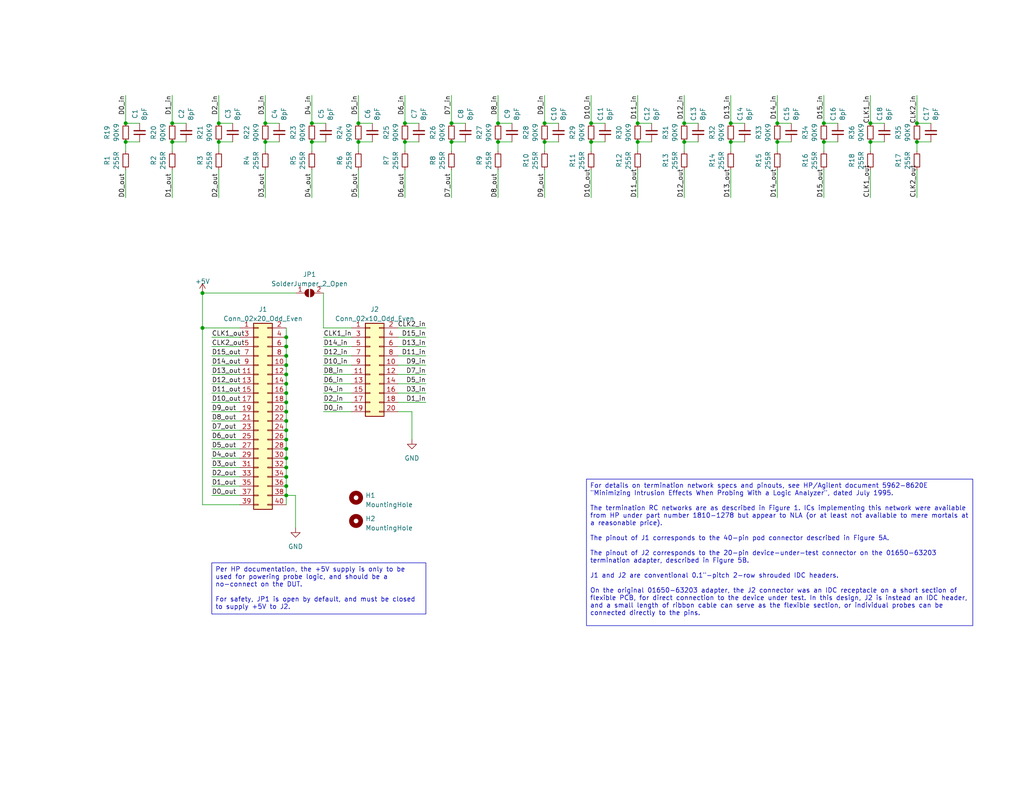
<source format=kicad_sch>
(kicad_sch (version 20230121) (generator eeschema)
  (paper "USLetter")
  (title_block (title "Termination Adapter for HP Logic Analyzers") (date "2024-04-30") (rev "1"))
  (lib_symbols
    (symbol "Connector_Generic:Conn_02x10_Odd_Even" (pin_names (offset 1.016) hide)
      (property "Reference" "J" (at 1.27 12.7 0))
      (property "Value" "Conn_02x10_Odd_Even" (at 1.27 -15.24 0))
      (symbol "Conn_02x10_Odd_Even_1_1"
        (rectangle (start -1.27 -12.573) (end 0 -12.827) (stroke (width 0.1524)))
        (rectangle (start -1.27 -10.033) (end 0 -10.287) (stroke (width 0.1524)))
        (rectangle (start -1.27 -7.493) (end 0 -7.747) (stroke (width 0.1524)))
        (rectangle (start -1.27 -4.953) (end 0 -5.207) (stroke (width 0.1524)))
        (rectangle (start -1.27 -2.413) (end 0 -2.667) (stroke (width 0.1524)))
        (rectangle (start -1.27 0.127) (end 0 -0.127) (stroke (width 0.1524)))
        (rectangle (start -1.27 2.667) (end 0 2.413) (stroke (width 0.1524)))
        (rectangle (start -1.27 5.207) (end 0 4.953) (stroke (width 0.1524)))
        (rectangle (start -1.27 7.747) (end 0 7.493) (stroke (width 0.1524)))
        (rectangle (start -1.27 10.287) (end 0 10.033) (stroke (width 0.1524)))
        (rectangle (start -1.27 11.43) (end 3.81 -13.97) (stroke (width 0.254)) (fill (type background)))
        (rectangle (start 3.81 -12.573) (end 2.54 -12.827) (stroke (width 0.1524)))
        (rectangle (start 3.81 -10.033) (end 2.54 -10.287) (stroke (width 0.1524)))
        (rectangle (start 3.81 -7.493) (end 2.54 -7.747) (stroke (width 0.1524)))
        (rectangle (start 3.81 -4.953) (end 2.54 -5.207) (stroke (width 0.1524)))
        (rectangle (start 3.81 -2.413) (end 2.54 -2.667) (stroke (width 0.1524)))
        (rectangle (start 3.81 0.127) (end 2.54 -0.127) (stroke (width 0.1524)))
        (rectangle (start 3.81 2.667) (end 2.54 2.413) (stroke (width 0.1524)))
        (rectangle (start 3.81 5.207) (end 2.54 4.953) (stroke (width 0.1524)))
        (rectangle (start 3.81 7.747) (end 2.54 7.493) (stroke (width 0.1524)))
        (rectangle (start 3.81 10.287) (end 2.54 10.033) (stroke (width 0.1524)))
        (pin passive line (at -5.08 10.16 0) (length 3.81) (name "Pin_1") (number "1"))
        (pin passive line (at 7.62 0 180) (length 3.81) (name "Pin_10") (number "10"))
        (pin passive line (at -5.08 -2.54 0) (length 3.81) (name "Pin_11") (number "11"))
        (pin passive line (at 7.62 -2.54 180) (length 3.81) (name "Pin_12") (number "12"))
        (pin passive line (at -5.08 -5.08 0) (length 3.81) (name "Pin_13") (number "13"))
        (pin passive line (at 7.62 -5.08 180) (length 3.81) (name "Pin_14") (number "14"))
        (pin passive line (at -5.08 -7.62 0) (length 3.81) (name "Pin_15") (number "15"))
        (pin passive line (at 7.62 -7.62 180) (length 3.81) (name "Pin_16") (number "16"))
        (pin passive line (at -5.08 -10.16 0) (length 3.81) (name "Pin_17") (number "17"))
        (pin passive line (at 7.62 -10.16 180) (length 3.81) (name "Pin_18") (number "18"))
        (pin passive line (at -5.08 -12.7 0) (length 3.81) (name "Pin_19") (number "19"))
        (pin passive line (at 7.62 10.16 180) (length 3.81) (name "Pin_2") (number "2"))
        (pin passive line (at 7.62 -12.7 180) (length 3.81) (name "Pin_20") (number "20"))
        (pin passive line (at -5.08 7.62 0) (length 3.81) (name "Pin_3") (number "3"))
        (pin passive line (at 7.62 7.62 180) (length 3.81) (name "Pin_4") (number "4"))
        (pin passive line (at -5.08 5.08 0) (length 3.81) (name "Pin_5") (number "5"))
        (pin passive line (at 7.62 5.08 180) (length 3.81) (name "Pin_6") (number "6"))
        (pin passive line (at -5.08 2.54 0) (length 3.81) (name "Pin_7") (number "7"))
        (pin passive line (at 7.62 2.54 180) (length 3.81) (name "Pin_8") (number "8"))
        (pin passive line (at -5.08 0 0) (length 3.81) (name "Pin_9") (number "9"))
      )
    )
    (symbol "Connector_Generic:Conn_02x20_Odd_Even" (pin_names (offset 1.016) hide)
      (property "Reference" "J" (at 1.27 25.4 0))
      (property "Value" "Conn_02x20_Odd_Even" (at 1.27 -27.94 0))
      (symbol "Conn_02x20_Odd_Even_1_1"
        (rectangle (start -1.27 -25.273) (end 0 -25.527) (stroke (width 0.1524)))
        (rectangle (start -1.27 -22.733) (end 0 -22.987) (stroke (width 0.1524)))
        (rectangle (start -1.27 -20.193) (end 0 -20.447) (stroke (width 0.1524)))
        (rectangle (start -1.27 -17.653) (end 0 -17.907) (stroke (width 0.1524)))
        (rectangle (start -1.27 -15.113) (end 0 -15.367) (stroke (width 0.1524)))
        (rectangle (start -1.27 -12.573) (end 0 -12.827) (stroke (width 0.1524)))
        (rectangle (start -1.27 -10.033) (end 0 -10.287) (stroke (width 0.1524)))
        (rectangle (start -1.27 -7.493) (end 0 -7.747) (stroke (width 0.1524)))
        (rectangle (start -1.27 -4.953) (end 0 -5.207) (stroke (width 0.1524)))
        (rectangle (start -1.27 -2.413) (end 0 -2.667) (stroke (width 0.1524)))
        (rectangle (start -1.27 0.127) (end 0 -0.127) (stroke (width 0.1524)))
        (rectangle (start -1.27 2.667) (end 0 2.413) (stroke (width 0.1524)))
        (rectangle (start -1.27 5.207) (end 0 4.953) (stroke (width 0.1524)))
        (rectangle (start -1.27 7.747) (end 0 7.493) (stroke (width 0.1524)))
        (rectangle (start -1.27 10.287) (end 0 10.033) (stroke (width 0.1524)))
        (rectangle (start -1.27 12.827) (end 0 12.573) (stroke (width 0.1524)))
        (rectangle (start -1.27 15.367) (end 0 15.113) (stroke (width 0.1524)))
        (rectangle (start -1.27 17.907) (end 0 17.653) (stroke (width 0.1524)))
        (rectangle (start -1.27 20.447) (end 0 20.193) (stroke (width 0.1524)))
        (rectangle (start -1.27 22.987) (end 0 22.733) (stroke (width 0.1524)))
        (rectangle (start -1.27 24.13) (end 3.81 -26.67) (stroke (width 0.254)) (fill (type background)))
        (rectangle (start 3.81 -25.273) (end 2.54 -25.527) (stroke (width 0.1524)))
        (rectangle (start 3.81 -22.733) (end 2.54 -22.987) (stroke (width 0.1524)))
        (rectangle (start 3.81 -20.193) (end 2.54 -20.447) (stroke (width 0.1524)))
        (rectangle (start 3.81 -17.653) (end 2.54 -17.907) (stroke (width 0.1524)))
        (rectangle (start 3.81 -15.113) (end 2.54 -15.367) (stroke (width 0.1524)))
        (rectangle (start 3.81 -12.573) (end 2.54 -12.827) (stroke (width 0.1524)))
        (rectangle (start 3.81 -10.033) (end 2.54 -10.287) (stroke (width 0.1524)))
        (rectangle (start 3.81 -7.493) (end 2.54 -7.747) (stroke (width 0.1524)))
        (rectangle (start 3.81 -4.953) (end 2.54 -5.207) (stroke (width 0.1524)))
        (rectangle (start 3.81 -2.413) (end 2.54 -2.667) (stroke (width 0.1524)))
        (rectangle (start 3.81 0.127) (end 2.54 -0.127) (stroke (width 0.1524)))
        (rectangle (start 3.81 2.667) (end 2.54 2.413) (stroke (width 0.1524)))
        (rectangle (start 3.81 5.207) (end 2.54 4.953) (stroke (width 0.1524)))
        (rectangle (start 3.81 7.747) (end 2.54 7.493) (stroke (width 0.1524)))
        (rectangle (start 3.81 10.287) (end 2.54 10.033) (stroke (width 0.1524)))
        (rectangle (start 3.81 12.827) (end 2.54 12.573) (stroke (width 0.1524)))
        (rectangle (start 3.81 15.367) (end 2.54 15.113) (stroke (width 0.1524)))
        (rectangle (start 3.81 17.907) (end 2.54 17.653) (stroke (width 0.1524)))
        (rectangle (start 3.81 20.447) (end 2.54 20.193) (stroke (width 0.1524)))
        (rectangle (start 3.81 22.987) (end 2.54 22.733) (stroke (width 0.1524)))
        (pin passive line (at -5.08 22.86 0) (length 3.81) (name "Pin_1") (number "1"))
        (pin passive line (at 7.62 12.7 180) (length 3.81) (name "Pin_10") (number "10"))
        (pin passive line (at -5.08 10.16 0) (length 3.81) (name "Pin_11") (number "11"))
        (pin passive line (at 7.62 10.16 180) (length 3.81) (name "Pin_12") (number "12"))
        (pin passive line (at -5.08 7.62 0) (length 3.81) (name "Pin_13") (number "13"))
        (pin passive line (at 7.62 7.62 180) (length 3.81) (name "Pin_14") (number "14"))
        (pin passive line (at -5.08 5.08 0) (length 3.81) (name "Pin_15") (number "15"))
        (pin passive line (at 7.62 5.08 180) (length 3.81) (name "Pin_16") (number "16"))
        (pin passive line (at -5.08 2.54 0) (length 3.81) (name "Pin_17") (number "17"))
        (pin passive line (at 7.62 2.54 180) (length 3.81) (name "Pin_18") (number "18"))
        (pin passive line (at -5.08 0 0) (length 3.81) (name "Pin_19") (number "19"))
        (pin passive line (at 7.62 22.86 180) (length 3.81) (name "Pin_2") (number "2"))
        (pin passive line (at 7.62 0 180) (length 3.81) (name "Pin_20") (number "20"))
        (pin passive line (at -5.08 -2.54 0) (length 3.81) (name "Pin_21") (number "21"))
        (pin passive line (at 7.62 -2.54 180) (length 3.81) (name "Pin_22") (number "22"))
        (pin passive line (at -5.08 -5.08 0) (length 3.81) (name "Pin_23") (number "23"))
        (pin passive line (at 7.62 -5.08 180) (length 3.81) (name "Pin_24") (number "24"))
        (pin passive line (at -5.08 -7.62 0) (length 3.81) (name "Pin_25") (number "25"))
        (pin passive line (at 7.62 -7.62 180) (length 3.81) (name "Pin_26") (number "26"))
        (pin passive line (at -5.08 -10.16 0) (length 3.81) (name "Pin_27") (number "27"))
        (pin passive line (at 7.62 -10.16 180) (length 3.81) (name "Pin_28") (number "28"))
        (pin passive line (at -5.08 -12.7 0) (length 3.81) (name "Pin_29") (number "29"))
        (pin passive line (at -5.08 20.32 0) (length 3.81) (name "Pin_3") (number "3"))
        (pin passive line (at 7.62 -12.7 180) (length 3.81) (name "Pin_30") (number "30"))
        (pin passive line (at -5.08 -15.24 0) (length 3.81) (name "Pin_31") (number "31"))
        (pin passive line (at 7.62 -15.24 180) (length 3.81) (name "Pin_32") (number "32"))
        (pin passive line (at -5.08 -17.78 0) (length 3.81) (name "Pin_33") (number "33"))
        (pin passive line (at 7.62 -17.78 180) (length 3.81) (name "Pin_34") (number "34"))
        (pin passive line (at -5.08 -20.32 0) (length 3.81) (name "Pin_35") (number "35"))
        (pin passive line (at 7.62 -20.32 180) (length 3.81) (name "Pin_36") (number "36"))
        (pin passive line (at -5.08 -22.86 0) (length 3.81) (name "Pin_37") (number "37"))
        (pin passive line (at 7.62 -22.86 180) (length 3.81) (name "Pin_38") (number "38"))
        (pin passive line (at -5.08 -25.4 0) (length 3.81) (name "Pin_39") (number "39"))
        (pin passive line (at 7.62 20.32 180) (length 3.81) (name "Pin_4") (number "4"))
        (pin passive line (at 7.62 -25.4 180) (length 3.81) (name "Pin_40") (number "40"))
        (pin passive line (at -5.08 17.78 0) (length 3.81) (name "Pin_5") (number "5"))
        (pin passive line (at 7.62 17.78 180) (length 3.81) (name "Pin_6") (number "6"))
        (pin passive line (at -5.08 15.24 0) (length 3.81) (name "Pin_7") (number "7"))
        (pin passive line (at 7.62 15.24 180) (length 3.81) (name "Pin_8") (number "8"))
        (pin passive line (at -5.08 12.7 0) (length 3.81) (name "Pin_9") (number "9"))
      )
    )
    (symbol "Device:C_Small" (pin_numbers hide) (pin_names (offset 0.254) hide)
      (property "Reference" "C" (at 0.254 1.778 0))
      (property "Value" "C_Small" (at 0.254 -2.032 0))
      (symbol "C_Small_0_1"
        (polyline (pts (xy -1.524 -0.508) (xy 1.524 -0.508)) (stroke (width 0.3302)))
        (polyline (pts (xy -1.524 0.508) (xy 1.524 0.508)) (stroke (width 0.3048)))
      )
      (symbol "C_Small_1_1"
        (pin passive line (at 0 2.54 270) (length 2.032) (name "~") (number "1"))
        (pin passive line (at 0 -2.54 90) (length 2.032) (name "~") (number "2"))
      )
    )
    (symbol "Device:R_Small" (pin_numbers hide) (pin_names (offset 0.254) hide)
      (property "Reference" "R" (at 0.762 0.508 0))
      (property "Value" "R_Small" (at 0.762 -1.016 0))
      (symbol "R_Small_0_1"
        (rectangle (start -0.762 1.778) (end 0.762 -1.778) (stroke (width 0.2032)))
      )
      (symbol "R_Small_1_1"
        (pin passive line (at 0 2.54 270) (length 0.762) (name "~") (number "1"))
        (pin passive line (at 0 -2.54 90) (length 0.762) (name "~") (number "2"))
      )
    )
    (symbol "Jumper:SolderJumper_2_Open" (pin_names (offset 0) hide)
      (property "Reference" "JP" (at 0 2.032 0))
      (property "Value" "SolderJumper_2_Open" (at 0 -2.54 0))
      (symbol "SolderJumper_2_Open_0_1"
        (arc (start -0.254 1.016) (mid -1.2656 0) (end -0.254 -1.016))
        (arc (start -0.254 1.016) (mid -1.2656 0) (end -0.254 -1.016) (fill (type outline)))
        (polyline (pts (xy -0.254 1.016) (xy -0.254 -1.016)))
        (polyline (pts (xy 0.254 1.016) (xy 0.254 -1.016)))
        (arc (start 0.254 -1.016) (mid 1.2656 0) (end 0.254 1.016))
        (arc (start 0.254 -1.016) (mid 1.2656 0) (end 0.254 1.016) (fill (type outline)))
      )
      (symbol "SolderJumper_2_Open_1_1"
        (pin passive line (at -3.81 0 0) (length 2.54) (name "A") (number "1"))
        (pin passive line (at 3.81 0 180) (length 2.54) (name "B") (number "2"))
      )
    )
    (symbol "Mechanical:MountingHole" (pin_names (offset 1.016))
      (property "Reference" "H" (at 0 5.08 0))
      (property "Value" "MountingHole" (at 0 3.175 0))
      (symbol "MountingHole_0_1"
        (circle (center 0 0) (radius 1.27) (stroke (width 1.27)))
      )
    )
    (symbol "power:+5V" (power) (pin_names (offset 0))
      (property "Value" "+5V" (at 0 3.556 0))
      (symbol "+5V_0_1"
        (polyline (pts (xy -0.762 1.27) (xy 0 2.54)))
        (polyline (pts (xy 0 0) (xy 0 2.54)))
        (polyline (pts (xy 0 2.54) (xy 0.762 1.27)))
      )
      (symbol "+5V_1_1"
        (pin power_in line (at 0 0 90) (length 0) hide (name "+5V") (number "1"))
      )
    )
    (symbol "power:GND" (power) (pin_names (offset 0))
      (property "Value" "GND" (at 0 -3.81 0))
      (symbol "GND_0_1"
        (polyline (pts (xy 0 0) (xy 0 -1.27) (xy 1.27 -1.27) (xy 0 -2.54) (xy -1.27 -1.27) (xy 0 -1.27)))
      )
      (symbol "GND_1_1"
        (pin power_in line (at 0 0 270) (length 0) hide (name "GND") (number "1"))
      )
    )
  )
  (junction (at 173.99 33.655))
  (junction (at 237.49 38.735))
  (junction (at 78.105 132.715))
  (junction (at 59.69 33.655))
  (junction (at 161.29 33.655))
  (junction (at 78.105 92.075))
  (junction (at 72.39 38.735))
  (junction (at 46.99 33.655))
  (junction (at 78.105 130.175))
  (junction (at 78.105 109.855))
  (junction (at 123.19 38.735))
  (junction (at 34.29 38.735))
  (junction (at 78.105 120.015))
  (junction (at 34.29 33.655))
  (junction (at 72.39 33.655))
  (junction (at 97.79 33.655))
  (junction (at 78.105 117.475))
  (junction (at 78.105 112.395))
  (junction (at 212.09 38.735))
  (junction (at 78.105 107.315))
  (junction (at 110.49 38.735))
  (junction (at 123.19 33.655))
  (junction (at 161.29 38.735))
  (junction (at 78.105 122.555))
  (junction (at 78.105 125.095))
  (junction (at 186.69 38.735))
  (junction (at 135.89 38.735))
  (junction (at 85.09 38.735))
  (junction (at 59.69 38.735))
  (junction (at 78.105 97.155))
  (junction (at 55.245 89.535))
  (junction (at 173.99 38.735))
  (junction (at 135.89 33.655))
  (junction (at 85.09 33.655))
  (junction (at 199.39 33.655))
  (junction (at 46.99 38.735))
  (junction (at 78.105 99.695))
  (junction (at 78.105 135.255))
  (junction (at 212.09 33.655))
  (junction (at 55.245 80.01))
  (junction (at 224.79 33.655))
  (junction (at 224.79 38.735))
  (junction (at 78.105 114.935))
  (junction (at 78.105 127.635))
  (junction (at 78.105 104.775))
  (junction (at 186.69 33.655))
  (junction (at 199.39 38.735))
  (junction (at 78.105 102.235))
  (junction (at 78.105 94.615))
  (junction (at 97.79 38.735))
  (junction (at 110.49 33.655))
  (junction (at 148.59 38.735))
  (junction (at 237.49 33.655))
  (junction (at 250.19 38.735))
  (junction (at 148.59 33.655))
  (junction (at 250.19 33.655))
  (wire (pts (xy 199.39 33.655) (xy 203.2 33.655)))
  (wire (pts (xy 78.105 89.535) (xy 78.105 92.075)))
  (wire (pts (xy 88.265 89.535) (xy 95.885 89.535)))
  (wire (pts (xy 57.785 127.635) (xy 65.405 127.635)))
  (wire (pts (xy 80.645 144.145) (xy 80.645 135.255)))
  (wire (pts (xy 72.39 41.275) (xy 72.39 38.735)))
  (wire (pts (xy 123.19 38.735) (xy 127 38.735)))
  (wire (pts (xy 212.09 33.655) (xy 212.09 26.035)))
  (wire (pts (xy 110.49 33.655) (xy 114.3 33.655)))
  (wire (pts (xy 78.105 122.555) (xy 78.105 125.095)))
  (wire (pts (xy 161.29 33.655) (xy 161.29 26.035)))
  (wire (pts (xy 46.99 53.975) (xy 46.99 46.355)))
  (wire (pts (xy 224.79 41.275) (xy 224.79 38.735)))
  (wire (pts (xy 173.99 53.975) (xy 173.99 46.355)))
  (wire (pts (xy 237.49 33.655) (xy 237.49 26.035)))
  (wire (pts (xy 59.69 38.735) (xy 63.5 38.735)))
  (wire (pts (xy 57.785 135.255) (xy 65.405 135.255)))
  (wire (pts (xy 78.105 127.635) (xy 78.105 130.175)))
  (wire (pts (xy 34.29 41.275) (xy 34.29 38.735)))
  (wire (pts (xy 108.585 102.235) (xy 116.205 102.235)))
  (wire (pts (xy 59.69 53.975) (xy 59.69 46.355)))
  (wire (pts (xy 57.785 107.315) (xy 65.405 107.315)))
  (wire (pts (xy 55.245 137.795) (xy 55.245 89.535)))
  (wire (pts (xy 135.89 33.655) (xy 139.7 33.655)))
  (wire (pts (xy 161.29 33.655) (xy 165.1 33.655)))
  (wire (pts (xy 95.885 94.615) (xy 88.265 94.615)))
  (wire (pts (xy 224.79 38.735) (xy 228.6 38.735)))
  (wire (pts (xy 237.49 33.655) (xy 241.3 33.655)))
  (wire (pts (xy 237.49 38.735) (xy 241.3 38.735)))
  (wire (pts (xy 224.79 33.655) (xy 228.6 33.655)))
  (wire (pts (xy 161.29 53.975) (xy 161.29 46.355)))
  (wire (pts (xy 108.585 97.155) (xy 116.205 97.155)))
  (wire (pts (xy 46.99 38.735) (xy 50.8 38.735)))
  (wire (pts (xy 78.105 104.775) (xy 78.105 107.315)))
  (wire (pts (xy 57.785 117.475) (xy 65.405 117.475)))
  (wire (pts (xy 78.105 114.935) (xy 78.105 117.475)))
  (wire (pts (xy 173.99 38.735) (xy 177.8 38.735)))
  (wire (pts (xy 250.19 33.655) (xy 254 33.655)))
  (wire (pts (xy 78.105 135.255) (xy 78.105 137.795)))
  (wire (pts (xy 108.585 107.315) (xy 116.205 107.315)))
  (wire (pts (xy 95.885 92.075) (xy 88.265 92.075)))
  (wire (pts (xy 55.245 89.535) (xy 65.405 89.535)))
  (wire (pts (xy 78.105 99.695) (xy 78.105 102.235)))
  (wire (pts (xy 250.19 38.735) (xy 254 38.735)))
  (wire (pts (xy 78.105 102.235) (xy 78.105 104.775)))
  (wire (pts (xy 161.29 41.275) (xy 161.29 38.735)))
  (wire (pts (xy 250.19 41.275) (xy 250.19 38.735)))
  (wire (pts (xy 46.99 33.655) (xy 46.99 26.035)))
  (wire (pts (xy 57.785 102.235) (xy 65.405 102.235)))
  (wire (pts (xy 78.105 94.615) (xy 78.105 97.155)))
  (wire (pts (xy 250.19 33.655) (xy 250.19 26.035)))
  (wire (pts (xy 224.79 53.975) (xy 224.79 46.355)))
  (wire (pts (xy 108.585 104.775) (xy 116.205 104.775)))
  (wire (pts (xy 97.79 33.655) (xy 97.79 26.035)))
  (wire (pts (xy 72.39 38.735) (xy 76.2 38.735)))
  (wire (pts (xy 57.785 92.075) (xy 65.405 92.075)))
  (wire (pts (xy 78.105 107.315) (xy 78.105 109.855)))
  (wire (pts (xy 78.105 112.395) (xy 78.105 114.935)))
  (wire (pts (xy 95.885 109.855) (xy 88.265 109.855)))
  (wire (pts (xy 148.59 53.975) (xy 148.59 46.355)))
  (wire (pts (xy 57.785 122.555) (xy 65.405 122.555)))
  (wire (pts (xy 78.105 120.015) (xy 78.105 122.555)))
  (wire (pts (xy 135.89 38.735) (xy 139.7 38.735)))
  (wire (pts (xy 57.785 125.095) (xy 65.405 125.095)))
  (wire (pts (xy 95.885 104.775) (xy 88.265 104.775)))
  (wire (pts (xy 78.105 125.095) (xy 78.105 127.635)))
  (wire (pts (xy 65.405 137.795) (xy 55.245 137.795)))
  (wire (pts (xy 57.785 109.855) (xy 65.405 109.855)))
  (wire (pts (xy 59.69 41.275) (xy 59.69 38.735)))
  (wire (pts (xy 57.785 130.175) (xy 65.405 130.175)))
  (wire (pts (xy 85.09 33.655) (xy 85.09 26.035)))
  (wire (pts (xy 199.39 38.735) (xy 203.2 38.735)))
  (wire (pts (xy 112.395 112.395) (xy 108.585 112.395)))
  (wire (pts (xy 95.885 102.235) (xy 88.265 102.235)))
  (wire (pts (xy 46.99 41.275) (xy 46.99 38.735)))
  (wire (pts (xy 55.245 80.01) (xy 55.245 89.535)))
  (wire (pts (xy 212.09 53.975) (xy 212.09 46.355)))
  (wire (pts (xy 57.785 114.935) (xy 65.405 114.935)))
  (wire (pts (xy 57.785 112.395) (xy 65.405 112.395)))
  (wire (pts (xy 186.69 33.655) (xy 190.5 33.655)))
  (wire (pts (xy 34.29 53.975) (xy 34.29 46.355)))
  (wire (pts (xy 112.395 120.015) (xy 112.395 112.395)))
  (wire (pts (xy 199.39 41.275) (xy 199.39 38.735)))
  (wire (pts (xy 34.29 33.655) (xy 38.1 33.655)))
  (wire (pts (xy 123.19 33.655) (xy 123.19 26.035)))
  (wire (pts (xy 59.69 33.655) (xy 63.5 33.655)))
  (wire (pts (xy 85.09 33.655) (xy 88.9 33.655)))
  (wire (pts (xy 59.69 33.655) (xy 59.69 26.035)))
  (wire (pts (xy 78.105 97.155) (xy 78.105 99.695)))
  (wire (pts (xy 108.585 92.075) (xy 116.205 92.075)))
  (wire (pts (xy 97.79 33.655) (xy 101.6 33.655)))
  (wire (pts (xy 78.105 130.175) (xy 78.105 132.715)))
  (wire (pts (xy 85.09 53.975) (xy 85.09 46.355)))
  (wire (pts (xy 250.19 53.975) (xy 250.19 46.355)))
  (wire (pts (xy 34.29 33.655) (xy 34.29 26.035)))
  (wire (pts (xy 95.885 97.155) (xy 88.265 97.155)))
  (wire (pts (xy 186.69 33.655) (xy 186.69 26.035)))
  (wire (pts (xy 123.19 33.655) (xy 127 33.655)))
  (wire (pts (xy 161.29 38.735) (xy 165.1 38.735)))
  (wire (pts (xy 135.89 53.975) (xy 135.89 46.355)))
  (wire (pts (xy 212.09 41.275) (xy 212.09 38.735)))
  (wire (pts (xy 57.785 97.155) (xy 65.405 97.155)))
  (wire (pts (xy 95.885 99.695) (xy 88.265 99.695)))
  (wire (pts (xy 85.09 41.275) (xy 85.09 38.735)))
  (wire (pts (xy 95.885 112.395) (xy 88.265 112.395)))
  (wire (pts (xy 57.785 99.695) (xy 65.405 99.695)))
  (wire (pts (xy 57.785 132.715) (xy 65.405 132.715)))
  (wire (pts (xy 186.69 53.975) (xy 186.69 46.355)))
  (wire (pts (xy 78.105 92.075) (xy 78.105 94.615)))
  (wire (pts (xy 199.39 53.975) (xy 199.39 46.355)))
  (wire (pts (xy 173.99 33.655) (xy 173.99 26.035)))
  (wire (pts (xy 110.49 33.655) (xy 110.49 26.035)))
  (wire (pts (xy 108.585 94.615) (xy 116.205 94.615)))
  (wire (pts (xy 237.49 53.975) (xy 237.49 46.355)))
  (wire (pts (xy 199.39 33.655) (xy 199.39 26.035)))
  (wire (pts (xy 212.09 38.735) (xy 215.9 38.735)))
  (wire (pts (xy 55.245 80.01) (xy 80.645 80.01)))
  (wire (pts (xy 88.265 80.01) (xy 88.265 89.535)))
  (wire (pts (xy 148.59 33.655) (xy 148.59 26.035)))
  (wire (pts (xy 148.59 41.275) (xy 148.59 38.735)))
  (wire (pts (xy 110.49 41.275) (xy 110.49 38.735)))
  (wire (pts (xy 108.585 99.695) (xy 116.205 99.695)))
  (wire (pts (xy 57.785 94.615) (xy 65.405 94.615)))
  (wire (pts (xy 80.645 135.255) (xy 78.105 135.255)))
  (wire (pts (xy 57.785 104.775) (xy 65.405 104.775)))
  (wire (pts (xy 173.99 33.655) (xy 177.8 33.655)))
  (wire (pts (xy 186.69 41.275) (xy 186.69 38.735)))
  (wire (pts (xy 34.29 38.735) (xy 38.1 38.735)))
  (wire (pts (xy 72.39 53.975) (xy 72.39 46.355)))
  (wire (pts (xy 97.79 53.975) (xy 97.79 46.355)))
  (wire (pts (xy 46.99 33.655) (xy 50.8 33.655)))
  (wire (pts (xy 85.09 38.735) (xy 88.9 38.735)))
  (wire (pts (xy 110.49 38.735) (xy 114.3 38.735)))
  (wire (pts (xy 135.89 33.655) (xy 135.89 26.035)))
  (wire (pts (xy 110.49 53.975) (xy 110.49 46.355)))
  (wire (pts (xy 212.09 33.655) (xy 215.9 33.655)))
  (wire (pts (xy 72.39 33.655) (xy 76.2 33.655)))
  (wire (pts (xy 95.885 107.315) (xy 88.265 107.315)))
  (wire (pts (xy 186.69 38.735) (xy 190.5 38.735)))
  (wire (pts (xy 108.585 109.855) (xy 116.205 109.855)))
  (wire (pts (xy 123.19 53.975) (xy 123.19 46.355)))
  (wire (pts (xy 78.105 109.855) (xy 78.105 112.395)))
  (wire (pts (xy 72.39 33.655) (xy 72.39 26.035)))
  (wire (pts (xy 57.785 120.015) (xy 65.405 120.015)))
  (wire (pts (xy 97.79 41.275) (xy 97.79 38.735)))
  (wire (pts (xy 148.59 38.735) (xy 152.4 38.735)))
  (wire (pts (xy 173.99 41.275) (xy 173.99 38.735)))
  (wire (pts (xy 123.19 41.275) (xy 123.19 38.735)))
  (wire (pts (xy 148.59 33.655) (xy 152.4 33.655)))
  (wire (pts (xy 78.105 132.715) (xy 78.105 135.255)))
  (wire (pts (xy 135.89 41.275) (xy 135.89 38.735)))
  (wire (pts (xy 108.585 89.535) (xy 116.205 89.535)))
  (wire (pts (xy 78.105 117.475) (xy 78.105 120.015)))
  (wire (pts (xy 97.79 38.735) (xy 101.6 38.735)))
  (wire (pts (xy 237.49 41.275) (xy 237.49 38.735)))
  (wire (pts (xy 224.79 33.655) (xy 224.79 26.035)))
  (text_box "Per HP documentation, the +5V supply is only to be used for powering probe logic, and should be a no-connect on the DUT.\n\nFor safety, JP1 is open by default, and must be closed to supply +5V to J2." (at 57.785 153.67 0) (size 58.42 13.97) (effects (font (size 1.27 1.27)) (justify left top)))
  (text_box "For details on termination network specs and pinouts, see HP/Agilent document 5962-8620E \"Minimizing Intrusion Effects When Probing With a Logic Analyzer\", dated July 1995.\n\nThe termination RC networks are as described in Figure 1. ICs implementing this network were available from HP under part number 1810-1278 but appear to NLA (or at least not available to mere mortals at a reasonable price).\n\nThe pinout of J1 corresponds to the 40-pin pod connector described in Figure 5A.\n\nThe pinout of J2 corresponds to the 20-pin device-under-test connector on the 01650-63203 termination adapter, described in Figure 5B.\n\nJ1 and J2 are conventional 0.1\"-pitch 2-row shrouded IDC headers.\n\nOn the original 01650-63203 adapter, the J2 connector was an IDC receptacle on a short section of flexible PCB, for direct connection to the device under test. In this design, J2 is instead an IDC header, and a small length of ribbon cable can serve as the flexible section, or individual probes can be connected directly to the pins." (at 160.02 130.81 0) (size 105.41 40.005) (effects (font (size 1.27 1.27)) (justify left top)))
  (label "D2_out" (at 57.785 130.175 0))
  (label "D8_out" (at 135.89 53.975 90))
  (label "D15_in" (at 224.79 26.035 270))
  (label "CLK2_in" (at 250.19 26.035 270))
  (label "D15_in" (at 116.205 92.075 180))
  (label "D7_in" (at 123.19 26.035 270))
  (label "D9_out" (at 148.59 53.975 90))
  (label "D1_out" (at 57.785 132.715 0))
  (label "D9_in" (at 116.205 99.695 180))
  (label "D7_out" (at 57.785 117.475 0))
  (label "CLK2_out" (at 57.785 94.615 0))
  (label "D5_in" (at 116.205 104.775 180))
  (label "D11_out" (at 173.99 53.975 90))
  (label "D10_in" (at 161.29 26.035 270))
  (label "D14_in" (at 212.09 26.035 270))
  (label "D12_in" (at 186.69 26.035 270))
  (label "D2_out" (at 59.69 53.975 90))
  (label "D9_in" (at 148.59 26.035 270))
  (label "CLK1_in" (at 88.265 92.075 0))
  (label "D9_out" (at 57.785 112.395 0))
  (label "D6_out" (at 110.49 53.975 90))
  (label "CLK2_out" (at 250.19 53.975 90))
  (label "CLK1_out" (at 237.49 53.975 90))
  (label "D12_out" (at 186.69 53.975 90))
  (label "D7_out" (at 123.19 53.975 90))
  (label "D6_in" (at 110.49 26.035 270))
  (label "D5_in" (at 97.79 26.035 270))
  (label "D15_out" (at 224.79 53.975 90))
  (label "D13_in" (at 116.205 94.615 180))
  (label "D4_out" (at 85.09 53.975 90))
  (label "D3_out" (at 57.785 127.635 0))
  (label "D3_in" (at 116.205 107.315 180))
  (label "D3_in" (at 72.39 26.035 270))
  (label "D14_in" (at 88.265 94.615 0))
  (label "D14_out" (at 57.785 99.695 0))
  (label "D4_in" (at 88.265 107.315 0))
  (label "D5_out" (at 97.79 53.975 90))
  (label "D0_in" (at 88.265 112.395 0))
  (label "D1_in" (at 116.205 109.855 180))
  (label "D6_out" (at 57.785 120.015 0))
  (label "D13_in" (at 199.39 26.035 270))
  (label "D13_out" (at 199.39 53.975 90))
  (label "D14_out" (at 212.09 53.975 90))
  (label "D3_out" (at 72.39 53.975 90))
  (label "D8_in" (at 88.265 102.235 0))
  (label "D7_in" (at 116.205 102.235 180))
  (label "D0_out" (at 57.785 135.255 0))
  (label "D1_in" (at 46.99 26.035 270))
  (label "D11_out" (at 57.785 107.315 0))
  (label "D4_out" (at 57.785 125.095 0))
  (label "CLK1_in" (at 237.49 26.035 270))
  (label "D10_out" (at 57.785 109.855 0))
  (label "D8_in" (at 135.89 26.035 270))
  (label "D10_out" (at 161.29 53.975 90))
  (label "CLK2_in" (at 116.205 89.535 180))
  (label "D8_out" (at 57.785 114.935 0))
  (label "D2_in" (at 88.265 109.855 0))
  (label "D4_in" (at 85.09 26.035 270))
  (label "D0_out" (at 34.29 53.975 90))
  (label "CLK1_out" (at 57.785 92.075 0))
  (label "D2_in" (at 59.69 26.035 270))
  (label "D11_in" (at 116.205 97.155 180))
  (label "D10_in" (at 88.265 99.695 0))
  (label "D5_out" (at 57.785 122.555 0))
  (label "D15_out" (at 57.785 97.155 0))
  (label "D13_out" (at 57.785 102.235 0))
  (label "D11_in" (at 173.99 26.035 270))
  (label "D6_in" (at 88.265 104.775 0))
  (label "D12_out" (at 57.785 104.775 0))
  (label "D0_in" (at 34.29 26.035 270))
  (label "D1_out" (at 46.99 53.975 90))
  (label "D12_in" (at 88.265 97.155 0))
  (symbol (lib_id "Device:R_Small") (at 212.09 43.815 180) (unit 1)
    (property "Reference" "R15" (at 207.01 43.815 90))
    (property "Value" "255R" (at 209.55 43.815 90))
    (property "Footprint" "Resistor_SMD:R_0402_1005Metric_Pad0.72x0.64mm_HandSolder" (effects hide))
    (property "LCSC" "C226375" (effects hide))
  )
  (symbol (lib_id "Device:C_Small") (at 50.8 36.195 180) (unit 1)
    (property "Reference" "C2" (at 49.53 31.115 90))
    (property "Value" "8pF" (at 52.07 31.115 90))
    (property "Footprint" "Capacitor_SMD:C_0402_1005Metric_Pad0.74x0.62mm_HandSolder" (effects hide))
    (property "LCSC" "C880622" (effects hide))
  )
  (symbol (lib_id "Device:C_Small") (at 203.2 36.195 180) (unit 1)
    (property "Reference" "C14" (at 201.93 31.115 90))
    (property "Value" "8pF" (at 204.47 31.115 90))
    (property "Footprint" "Capacitor_SMD:C_0402_1005Metric_Pad0.74x0.62mm_HandSolder" (effects hide))
    (property "LCSC" "C880622" (effects hide))
  )
  (symbol (lib_id "Device:R_Small") (at 199.39 43.815 180) (unit 1)
    (property "Reference" "R14" (at 194.31 43.815 90))
    (property "Value" "255R" (at 196.85 43.815 90))
    (property "Footprint" "Resistor_SMD:R_0402_1005Metric_Pad0.72x0.64mm_HandSolder" (effects hide))
    (property "LCSC" "C226375" (effects hide))
  )
  (symbol (lib_id "Device:R_Small") (at 97.79 36.195 180) (unit 1)
    (property "Reference" "R24" (at 92.71 36.195 90))
    (property "Value" "90K9" (at 95.25 36.195 90))
    (property "Footprint" "Resistor_SMD:R_0402_1005Metric_Pad0.72x0.64mm_HandSolder" (effects hide))
    (property "LCSC" "C2998102" (effects hide))
  )
  (symbol (lib_id "Device:R_Small") (at 224.79 43.815 180) (unit 1)
    (property "Reference" "R16" (at 219.71 43.815 90))
    (property "Value" "255R" (at 222.25 43.815 90))
    (property "Footprint" "Resistor_SMD:R_0402_1005Metric_Pad0.72x0.64mm_HandSolder" (effects hide))
    (property "LCSC" "C226375" (effects hide))
  )
  (symbol (lib_id "Device:C_Small") (at 152.4 36.195 180) (unit 1)
    (property "Reference" "C10" (at 151.13 31.115 90))
    (property "Value" "8pF" (at 153.67 31.115 90))
    (property "Footprint" "Capacitor_SMD:C_0402_1005Metric_Pad0.74x0.62mm_HandSolder" (effects hide))
    (property "LCSC" "C880622" (effects hide))
  )
  (symbol (lib_id "Device:R_Small") (at 237.49 36.195 180) (unit 1)
    (property "Reference" "R36" (at 232.41 36.195 90))
    (property "Value" "90K9" (at 234.95 36.195 90))
    (property "Footprint" "Resistor_SMD:R_0402_1005Metric_Pad0.72x0.64mm_HandSolder" (effects hide))
    (property "LCSC" "C2998102" (effects hide))
  )
  (symbol (lib_id "Device:R_Small") (at 110.49 36.195 180) (unit 1)
    (property "Reference" "R25" (at 105.41 36.195 90))
    (property "Value" "90K9" (at 107.95 36.195 90))
    (property "Footprint" "Resistor_SMD:R_0402_1005Metric_Pad0.72x0.64mm_HandSolder" (effects hide))
    (property "LCSC" "C2998102" (effects hide))
  )
  (symbol (lib_id "Mechanical:MountingHole") (at 97.155 142.24 0) (unit 1) (in_bom no)
    (property "Reference" "H2" (at 99.695 141.605 0) (effects (justify left)))
    (property "Value" "MountingHole" (at 99.695 144.145 0) (effects (justify left)))
    (property "Footprint" "MountingHole:MountingHole_2.7mm_M2.5" (effects hide))
  )
  (symbol (lib_id "power:GND") (at 112.395 120.015 0) (mirror y) (unit 1)
    (property "Reference" "#PWR01" (effects hide))
    (property "Value" "GND" (at 112.395 125.095 0))
  )
  (symbol (lib_id "Device:C_Small") (at 215.9 36.195 180) (unit 1)
    (property "Reference" "C15" (at 214.63 31.115 90))
    (property "Value" "8pF" (at 217.17 31.115 90))
    (property "Footprint" "Capacitor_SMD:C_0402_1005Metric_Pad0.74x0.62mm_HandSolder" (effects hide))
    (property "LCSC" "C880622" (effects hide))
  )
  (symbol (lib_id "Device:R_Small") (at 123.19 36.195 180) (unit 1)
    (property "Reference" "R26" (at 118.11 36.195 90))
    (property "Value" "90K9" (at 120.65 36.195 90))
    (property "Footprint" "Resistor_SMD:R_0402_1005Metric_Pad0.72x0.64mm_HandSolder" (effects hide))
    (property "LCSC" "C2998102" (effects hide))
  )
  (symbol (lib_id "Device:R_Small") (at 186.69 43.815 180) (unit 1)
    (property "Reference" "R13" (at 181.61 43.815 90))
    (property "Value" "255R" (at 184.15 43.815 90))
    (property "Footprint" "Resistor_SMD:R_0402_1005Metric_Pad0.72x0.64mm_HandSolder" (effects hide))
    (property "LCSC" "C226375" (effects hide))
  )
  (symbol (lib_id "Device:R_Small") (at 123.19 43.815 180) (unit 1)
    (property "Reference" "R8" (at 118.11 43.815 90))
    (property "Value" "255R" (at 120.65 43.815 90))
    (property "Footprint" "Resistor_SMD:R_0402_1005Metric_Pad0.72x0.64mm_HandSolder" (effects hide))
    (property "LCSC" "C226375" (effects hide))
  )
  (symbol (lib_id "Device:R_Small") (at 224.79 36.195 180) (unit 1)
    (property "Reference" "R34" (at 219.71 36.195 90))
    (property "Value" "90K9" (at 222.25 36.195 90))
    (property "Footprint" "Resistor_SMD:R_0402_1005Metric_Pad0.72x0.64mm_HandSolder" (effects hide))
    (property "LCSC" "C2998102" (effects hide))
  )
  (symbol (lib_id "Device:R_Small") (at 110.49 43.815 180) (unit 1)
    (property "Reference" "R7" (at 105.41 43.815 90))
    (property "Value" "255R" (at 107.95 43.815 90))
    (property "Footprint" "Resistor_SMD:R_0402_1005Metric_Pad0.72x0.64mm_HandSolder" (effects hide))
    (property "LCSC" "C226375" (effects hide))
  )
  (symbol (lib_id "Device:R_Small") (at 59.69 43.815 180) (unit 1)
    (property "Reference" "R3" (at 54.61 43.815 90))
    (property "Value" "255R" (at 57.15 43.815 90))
    (property "Footprint" "Resistor_SMD:R_0402_1005Metric_Pad0.72x0.64mm_HandSolder" (effects hide))
    (property "LCSC" "C226375" (effects hide))
  )
  (symbol (lib_id "Device:R_Small") (at 46.99 43.815 180) (unit 1)
    (property "Reference" "R2" (at 41.91 43.815 90))
    (property "Value" "255R" (at 44.45 43.815 90))
    (property "Footprint" "Resistor_SMD:R_0402_1005Metric_Pad0.72x0.64mm_HandSolder" (effects hide))
    (property "LCSC" "C226375" (effects hide))
  )
  (symbol (lib_id "Device:R_Small") (at 34.29 36.195 180) (unit 1)
    (property "Reference" "R19" (at 29.21 36.195 90))
    (property "Value" "90K9" (at 31.75 36.195 90))
    (property "Footprint" "Resistor_SMD:R_0402_1005Metric_Pad0.72x0.64mm_HandSolder" (effects hide))
    (property "LCSC" "C2998102" (effects hide))
  )
  (symbol (lib_id "Device:R_Small") (at 186.69 36.195 180) (unit 1)
    (property "Reference" "R31" (at 181.61 36.195 90))
    (property "Value" "90K9" (at 184.15 36.195 90))
    (property "Footprint" "Resistor_SMD:R_0402_1005Metric_Pad0.72x0.64mm_HandSolder" (effects hide))
    (property "LCSC" "C2998102" (effects hide))
  )
  (symbol (lib_id "Device:R_Small") (at 59.69 36.195 180) (unit 1)
    (property "Reference" "R21" (at 54.61 36.195 90))
    (property "Value" "90K9" (at 57.15 36.195 90))
    (property "Footprint" "Resistor_SMD:R_0402_1005Metric_Pad0.72x0.64mm_HandSolder" (effects hide))
    (property "LCSC" "C2998102" (effects hide))
  )
  (symbol (lib_id "Device:C_Small") (at 38.1 36.195 180) (unit 1)
    (property "Reference" "C1" (at 36.83 31.115 90))
    (property "Value" "8pF" (at 39.37 31.115 90))
    (property "Footprint" "Capacitor_SMD:C_0402_1005Metric_Pad0.74x0.62mm_HandSolder" (effects hide))
    (property "LCSC" "C880622" (effects hide))
  )
  (symbol (lib_id "Device:C_Small") (at 241.3 36.195 180) (unit 1)
    (property "Reference" "C18" (at 240.03 31.115 90))
    (property "Value" "8pF" (at 242.57 31.115 90))
    (property "Footprint" "Capacitor_SMD:C_0402_1005Metric_Pad0.74x0.62mm_HandSolder" (effects hide))
    (property "LCSC" "C880622" (effects hide))
  )
  (symbol (lib_id "Device:R_Small") (at 212.09 36.195 180) (unit 1)
    (property "Reference" "R33" (at 207.01 36.195 90))
    (property "Value" "90K9" (at 209.55 36.195 90))
    (property "Footprint" "Resistor_SMD:R_0402_1005Metric_Pad0.72x0.64mm_HandSolder" (effects hide))
    (property "LCSC" "C2998102" (effects hide))
  )
  (symbol (lib_id "Device:C_Small") (at 127 36.195 180) (unit 1)
    (property "Reference" "C8" (at 125.73 31.115 90))
    (property "Value" "8pF" (at 128.27 31.115 90))
    (property "Footprint" "Capacitor_SMD:C_0402_1005Metric_Pad0.74x0.62mm_HandSolder" (effects hide))
    (property "LCSC" "C880622" (effects hide))
  )
  (symbol (lib_id "Connector_Generic:Conn_02x10_Odd_Even") (at 100.965 99.695 0) (unit 1)
    (property "Reference" "J2" (at 102.235 84.455 0))
    (property "Value" "Conn_02x10_Odd_Even" (at 102.235 86.995 0))
    (property "Footprint" "Connector_IDC:IDC-Header_2x10_P2.54mm_Vertical" (effects hide))
    (property "MPN" "302-S201" (effects hide))
  )
  (symbol (lib_id "Device:C_Small") (at 165.1 36.195 180) (unit 1)
    (property "Reference" "C11" (at 163.83 31.115 90))
    (property "Value" "8pF" (at 166.37 31.115 90))
    (property "Footprint" "Capacitor_SMD:C_0402_1005Metric_Pad0.74x0.62mm_HandSolder" (effects hide))
    (property "LCSC" "C880622" (effects hide))
  )
  (symbol (lib_id "Device:R_Small") (at 173.99 36.195 180) (unit 1)
    (property "Reference" "R30" (at 168.91 36.195 90))
    (property "Value" "90K9" (at 171.45 36.195 90))
    (property "Footprint" "Resistor_SMD:R_0402_1005Metric_Pad0.72x0.64mm_HandSolder" (effects hide))
    (property "LCSC" "C2998102" (effects hide))
  )
  (symbol (lib_id "Device:R_Small") (at 46.99 36.195 180) (unit 1)
    (property "Reference" "R20" (at 41.91 36.195 90))
    (property "Value" "90K9" (at 44.45 36.195 90))
    (property "Footprint" "Resistor_SMD:R_0402_1005Metric_Pad0.72x0.64mm_HandSolder" (effects hide))
    (property "LCSC" "C2998102" (effects hide))
  )
  (symbol (lib_id "Device:R_Small") (at 237.49 43.815 180) (unit 1)
    (property "Reference" "R18" (at 232.41 43.815 90))
    (property "Value" "255R" (at 234.95 43.815 90))
    (property "Footprint" "Resistor_SMD:R_0402_1005Metric_Pad0.72x0.64mm_HandSolder" (effects hide))
    (property "LCSC" "C226375" (effects hide))
  )
  (symbol (lib_id "Device:R_Small") (at 72.39 43.815 180) (unit 1)
    (property "Reference" "R4" (at 67.31 43.815 90))
    (property "Value" "255R" (at 69.85 43.815 90))
    (property "Footprint" "Resistor_SMD:R_0402_1005Metric_Pad0.72x0.64mm_HandSolder" (effects hide))
    (property "LCSC" "C226375" (effects hide))
  )
  (symbol (lib_id "Device:R_Small") (at 72.39 36.195 180) (unit 1)
    (property "Reference" "R22" (at 67.31 36.195 90))
    (property "Value" "90K9" (at 69.85 36.195 90))
    (property "Footprint" "Resistor_SMD:R_0402_1005Metric_Pad0.72x0.64mm_HandSolder" (effects hide))
    (property "LCSC" "C2998102" (effects hide))
  )
  (symbol (lib_id "Device:R_Small") (at 161.29 36.195 180) (unit 1)
    (property "Reference" "R29" (at 156.21 36.195 90))
    (property "Value" "90K9" (at 158.75 36.195 90))
    (property "Footprint" "Resistor_SMD:R_0402_1005Metric_Pad0.72x0.64mm_HandSolder" (effects hide))
    (property "LCSC" "C2998102" (effects hide))
  )
  (symbol (lib_id "Device:C_Small") (at 228.6 36.195 180) (unit 1)
    (property "Reference" "C16" (at 227.33 31.115 90))
    (property "Value" "8pF" (at 229.87 31.115 90))
    (property "Footprint" "Capacitor_SMD:C_0402_1005Metric_Pad0.74x0.62mm_HandSolder" (effects hide))
    (property "LCSC" "C880622" (effects hide))
  )
  (symbol (lib_id "Device:R_Small") (at 135.89 36.195 180) (unit 1)
    (property "Reference" "R27" (at 130.81 36.195 90))
    (property "Value" "90K9" (at 133.35 36.195 90))
    (property "Footprint" "Resistor_SMD:R_0402_1005Metric_Pad0.72x0.64mm_HandSolder" (effects hide))
    (property "LCSC" "C2998102" (effects hide))
  )
  (symbol (lib_id "Device:R_Small") (at 97.79 43.815 180) (unit 1)
    (property "Reference" "R6" (at 92.71 43.815 90))
    (property "Value" "255R" (at 95.25 43.815 90))
    (property "Footprint" "Resistor_SMD:R_0402_1005Metric_Pad0.72x0.64mm_HandSolder" (effects hide))
    (property "LCSC" "C226375" (effects hide))
  )
  (symbol (lib_id "Device:C_Small") (at 76.2 36.195 180) (unit 1)
    (property "Reference" "C4" (at 74.93 31.115 90))
    (property "Value" "8pF" (at 77.47 31.115 90))
    (property "Footprint" "Capacitor_SMD:C_0402_1005Metric_Pad0.74x0.62mm_HandSolder" (effects hide))
    (property "LCSC" "C880622" (effects hide))
  )
  (symbol (lib_id "Device:C_Small") (at 63.5 36.195 180) (unit 1)
    (property "Reference" "C3" (at 62.23 31.115 90))
    (property "Value" "8pF" (at 64.77 31.115 90))
    (property "Footprint" "Capacitor_SMD:C_0402_1005Metric_Pad0.74x0.62mm_HandSolder" (effects hide))
    (property "LCSC" "C880622" (effects hide))
  )
  (symbol (lib_id "Jumper:SolderJumper_2_Open") (at 84.455 80.01 0) (unit 1)
    (property "Reference" "JP1" (at 84.455 74.93 0))
    (property "Value" "SolderJumper_2_Open" (at 84.455 77.47 0))
    (property "Footprint" "Jumper:SolderJumper-2_P1.3mm_Open_RoundedPad1.0x1.5mm" (effects hide))
  )
  (symbol (lib_id "Device:C_Small") (at 88.9 36.195 180) (unit 1)
    (property "Reference" "C5" (at 87.63 31.115 90))
    (property "Value" "8pF" (at 90.17 31.115 90))
    (property "Footprint" "Capacitor_SMD:C_0402_1005Metric_Pad0.74x0.62mm_HandSolder" (effects hide))
    (property "LCSC" "C880622" (effects hide))
  )
  (symbol (lib_id "Device:R_Small") (at 34.29 43.815 180) (unit 1)
    (property "Reference" "R1" (at 29.21 43.815 90))
    (property "Value" "255R" (at 31.75 43.815 90))
    (property "Footprint" "Resistor_SMD:R_0402_1005Metric_Pad0.72x0.64mm_HandSolder" (effects hide))
    (property "LCSC" "C226375" (effects hide))
  )
  (symbol (lib_id "Device:R_Small") (at 148.59 43.815 180) (unit 1)
    (property "Reference" "R10" (at 143.51 43.815 90))
    (property "Value" "255R" (at 146.05 43.815 90))
    (property "Footprint" "Resistor_SMD:R_0402_1005Metric_Pad0.72x0.64mm_HandSolder" (effects hide))
    (property "LCSC" "C226375" (effects hide))
  )
  (symbol (lib_id "Device:C_Small") (at 190.5 36.195 180) (unit 1)
    (property "Reference" "C13" (at 189.23 31.115 90))
    (property "Value" "8pF" (at 191.77 31.115 90))
    (property "Footprint" "Capacitor_SMD:C_0402_1005Metric_Pad0.74x0.62mm_HandSolder" (effects hide))
    (property "LCSC" "C880622" (effects hide))
  )
  (symbol (lib_id "Device:R_Small") (at 161.29 43.815 180) (unit 1)
    (property "Reference" "R11" (at 156.21 43.815 90))
    (property "Value" "255R" (at 158.75 43.815 90))
    (property "Footprint" "Resistor_SMD:R_0402_1005Metric_Pad0.72x0.64mm_HandSolder" (effects hide))
    (property "LCSC" "C226375" (effects hide))
  )
  (symbol (lib_id "Mechanical:MountingHole") (at 97.155 135.89 0) (unit 1) (in_bom no)
    (property "Reference" "H1" (at 99.695 135.255 0) (effects (justify left)))
    (property "Value" "MountingHole" (at 99.695 137.795 0) (effects (justify left)))
    (property "Footprint" "MountingHole:MountingHole_2.7mm_M2.5" (effects hide))
  )
  (symbol (lib_id "Device:C_Small") (at 139.7 36.195 180) (unit 1)
    (property "Reference" "C9" (at 138.43 31.115 90))
    (property "Value" "8pF" (at 140.97 31.115 90))
    (property "Footprint" "Capacitor_SMD:C_0402_1005Metric_Pad0.74x0.62mm_HandSolder" (effects hide))
    (property "LCSC" "C880622" (effects hide))
  )
  (symbol (lib_id "Device:R_Small") (at 250.19 43.815 180) (unit 1)
    (property "Reference" "R17" (at 245.11 43.815 90))
    (property "Value" "255R" (at 247.65 43.815 90))
    (property "Footprint" "Resistor_SMD:R_0402_1005Metric_Pad0.72x0.64mm_HandSolder" (effects hide))
    (property "LCSC" "C226375" (effects hide))
  )
  (symbol (lib_id "Device:R_Small") (at 85.09 36.195 180) (unit 1)
    (property "Reference" "R23" (at 80.01 36.195 90))
    (property "Value" "90K9" (at 82.55 36.195 90))
    (property "Footprint" "Resistor_SMD:R_0402_1005Metric_Pad0.72x0.64mm_HandSolder" (effects hide))
    (property "LCSC" "C2998102" (effects hide))
  )
  (symbol (lib_id "Device:C_Small") (at 101.6 36.195 180) (unit 1)
    (property "Reference" "C6" (at 100.33 31.115 90))
    (property "Value" "8pF" (at 102.87 31.115 90))
    (property "Footprint" "Capacitor_SMD:C_0402_1005Metric_Pad0.74x0.62mm_HandSolder" (effects hide))
    (property "LCSC" "C880622" (effects hide))
  )
  (symbol (lib_id "Connector_Generic:Conn_02x20_Odd_Even") (at 70.485 112.395 0) (unit 1)
    (property "Reference" "J1" (at 71.755 84.455 0))
    (property "Value" "Conn_02x20_Odd_Even" (at 71.755 86.995 0))
    (property "Footprint" "Connector_IDC:IDC-Header_2x20_P2.54mm_Horizontal" (effects hide))
    (property "MPN" "BHR-40-HUA" (effects hide))
  )
  (symbol (lib_id "power:+5V") (at 55.245 80.01 0) (unit 1)
    (property "Reference" "#PWR03" (effects hide))
    (property "Value" "+5V" (at 55.245 76.835 0))
  )
  (symbol (lib_id "Device:R_Small") (at 85.09 43.815 180) (unit 1)
    (property "Reference" "R5" (at 80.01 43.815 90))
    (property "Value" "255R" (at 82.55 43.815 90))
    (property "Footprint" "Resistor_SMD:R_0402_1005Metric_Pad0.72x0.64mm_HandSolder" (effects hide))
    (property "LCSC" "C226375" (effects hide))
  )
  (symbol (lib_id "power:GND") (at 80.645 144.145 0) (unit 1)
    (property "Reference" "#PWR02" (effects hide))
    (property "Value" "GND" (at 80.645 149.225 0))
  )
  (symbol (lib_id "Device:C_Small") (at 114.3 36.195 180) (unit 1)
    (property "Reference" "C7" (at 113.03 31.115 90))
    (property "Value" "8pF" (at 115.57 31.115 90))
    (property "Footprint" "Capacitor_SMD:C_0402_1005Metric_Pad0.74x0.62mm_HandSolder" (effects hide))
    (property "LCSC" "C880622" (effects hide))
  )
  (symbol (lib_id "Device:C_Small") (at 254 36.195 180) (unit 1)
    (property "Reference" "C17" (at 252.73 31.115 90))
    (property "Value" "8pF" (at 255.27 31.115 90))
    (property "Footprint" "Capacitor_SMD:C_0402_1005Metric_Pad0.74x0.62mm_HandSolder" (effects hide))
    (property "LCSC" "C880622" (effects hide))
  )
  (symbol (lib_id "Device:R_Small") (at 135.89 43.815 180) (unit 1)
    (property "Reference" "R9" (at 130.81 43.815 90))
    (property "Value" "255R" (at 133.35 43.815 90))
    (property "Footprint" "Resistor_SMD:R_0402_1005Metric_Pad0.72x0.64mm_HandSolder" (effects hide))
    (property "LCSC" "C226375" (effects hide))
  )
  (symbol (lib_id "Device:R_Small") (at 173.99 43.815 180) (unit 1)
    (property "Reference" "R12" (at 168.91 43.815 90))
    (property "Value" "255R" (at 171.45 43.815 90))
    (property "Footprint" "Resistor_SMD:R_0402_1005Metric_Pad0.72x0.64mm_HandSolder" (effects hide))
    (property "LCSC" "C226375" (effects hide))
  )
  (symbol (lib_id "Device:C_Small") (at 177.8 36.195 180) (unit 1)
    (property "Reference" "C12" (at 176.53 31.115 90))
    (property "Value" "8pF" (at 179.07 31.115 90))
    (property "Footprint" "Capacitor_SMD:C_0402_1005Metric_Pad0.74x0.62mm_HandSolder" (effects hide))
    (property "LCSC" "C880622" (effects hide))
  )
  (symbol (lib_id "Device:R_Small") (at 250.19 36.195 180) (unit 1)
    (property "Reference" "R35" (at 245.11 36.195 90))
    (property "Value" "90K9" (at 247.65 36.195 90))
    (property "Footprint" "Resistor_SMD:R_0402_1005Metric_Pad0.72x0.64mm_HandSolder" (effects hide))
    (property "LCSC" "C2998102" (effects hide))
  )
  (symbol (lib_id "Device:R_Small") (at 199.39 36.195 180) (unit 1)
    (property "Reference" "R32" (at 194.31 36.195 90))
    (property "Value" "90K9" (at 196.85 36.195 90))
    (property "Footprint" "Resistor_SMD:R_0402_1005Metric_Pad0.72x0.64mm_HandSolder" (effects hide))
    (property "LCSC" "C2998102" (effects hide))
  )
  (symbol (lib_id "Device:R_Small") (at 148.59 36.195 180) (unit 1)
    (property "Reference" "R28" (at 143.51 36.195 90))
    (property "Value" "90K9" (at 146.05 36.195 90))
    (property "Footprint" "Resistor_SMD:R_0402_1005Metric_Pad0.72x0.64mm_HandSolder" (effects hide))
    (property "LCSC" "C2998102" (effects hide))
  )
)
</source>
